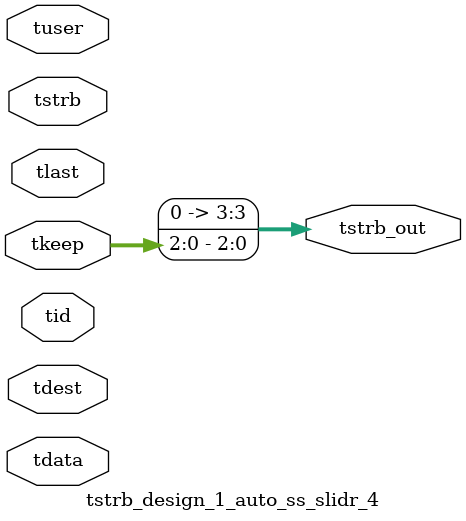
<source format=v>


`timescale 1ps/1ps

module tstrb_design_1_auto_ss_slidr_4 #
(
parameter C_S_AXIS_TDATA_WIDTH = 32,
parameter C_S_AXIS_TUSER_WIDTH = 0,
parameter C_S_AXIS_TID_WIDTH   = 0,
parameter C_S_AXIS_TDEST_WIDTH = 0,
parameter C_M_AXIS_TDATA_WIDTH = 32
)
(
input  [(C_S_AXIS_TDATA_WIDTH == 0 ? 1 : C_S_AXIS_TDATA_WIDTH)-1:0     ] tdata,
input  [(C_S_AXIS_TUSER_WIDTH == 0 ? 1 : C_S_AXIS_TUSER_WIDTH)-1:0     ] tuser,
input  [(C_S_AXIS_TID_WIDTH   == 0 ? 1 : C_S_AXIS_TID_WIDTH)-1:0       ] tid,
input  [(C_S_AXIS_TDEST_WIDTH == 0 ? 1 : C_S_AXIS_TDEST_WIDTH)-1:0     ] tdest,
input  [(C_S_AXIS_TDATA_WIDTH/8)-1:0 ] tkeep,
input  [(C_S_AXIS_TDATA_WIDTH/8)-1:0 ] tstrb,
input                                                                    tlast,
output [(C_M_AXIS_TDATA_WIDTH/8)-1:0 ] tstrb_out
);

assign tstrb_out = {tkeep[2:0]};

endmodule


</source>
